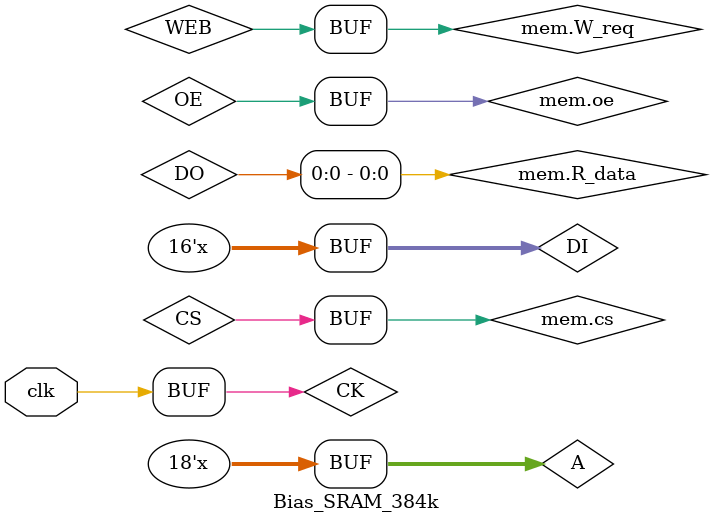
<source format=sv>
`include "sram_buffer/SRAM_16b_32768w_64k.sv"
`include "include/single_port_ram_intf.sv"


module Bias_SRAM_384k (
    input logic                    clk,
          SinglePortRamIntf.memory mem
);

  logic        CK;
  logic        CS;
  logic        OE;
  logic        WEB;
  logic [17:0] A;
  logic [15:0] DI;
  logic [15:0] DO;

  logic [17:0] latched_A;
  logic [15:0] _DO       [0:5];

  assign CK = clk;
  assign CS = mem.cs;
  assign OE = mem.oe;
  assign A = mem.addr[17:0];
  assign DI = mem.W_data[15:0];
  assign WEB = mem.W_req;
  assign mem.R_data = {{16{DO[15]}}, DO};

  always_ff @(posedge CK) latched_A <= A;

  always_comb begin
    DO = 16'b0;
    case (latched_A[17:15])
      3'h0: DO = _DO[0];
      3'h1: DO = _DO[1];
      3'h2: DO = _DO[2];
      3'h3: DO = _DO[3];
      3'h4: DO = _DO[4];
      3'h5: DO = _DO[5];
      3'h6: DO = 16'bz;
      3'h7: DO = 16'bz;
    endcase
  end

  genvar g;
  generate
    for (g = 0; g < 6; g = g + 1) begin : SRAM_blk
      logic _CS;
      logic _OE;
      logic _WEB;

      assign _CS  = A[17:15] == g[2:0] ? CS : 1'b0;
      assign _OE  = latched_A[17:15] == g[2:0] ? OE : 1'b0;
      assign _WEB = A[17:15] == g[2:0] ? WEB : 1'b1;

      SRAM_16b_32768w_64k i_SRAM_16b_32768w_64k (
          .CK (CK),
          .CS (_CS),
          .OE (_OE),
          .WEB(_WEB),
          .A  (A[14:0]),
          .DI (DI),
          .DO (_DO[g])
      );
    end : SRAM_blk
  endgenerate

endmodule

</source>
